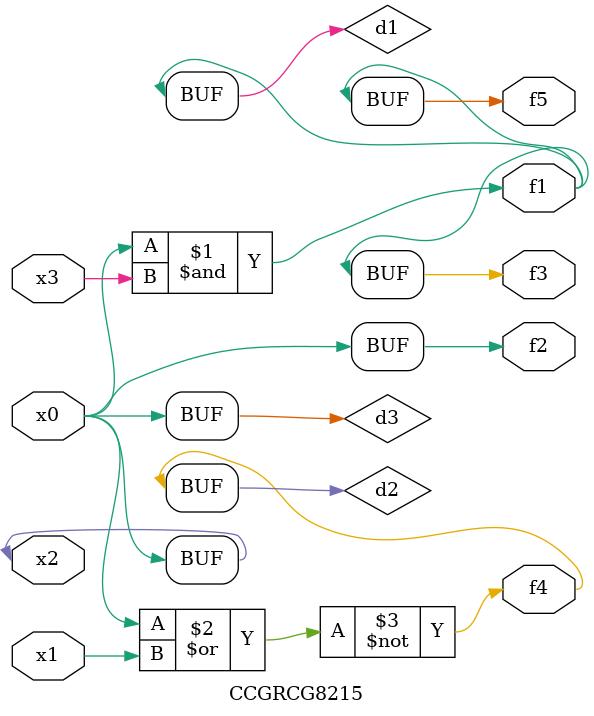
<source format=v>
module CCGRCG8215(
	input x0, x1, x2, x3,
	output f1, f2, f3, f4, f5
);

	wire d1, d2, d3;

	and (d1, x2, x3);
	nor (d2, x0, x1);
	buf (d3, x0, x2);
	assign f1 = d1;
	assign f2 = d3;
	assign f3 = d1;
	assign f4 = d2;
	assign f5 = d1;
endmodule

</source>
